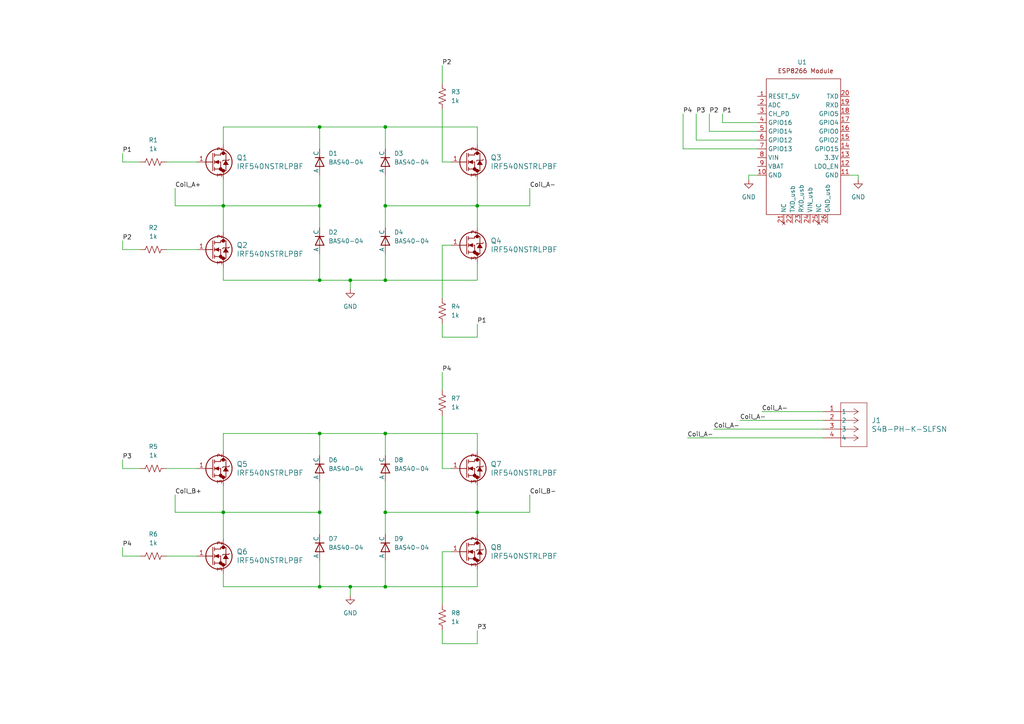
<source format=kicad_sch>
(kicad_sch (version 20231120) (generator "eeschema") (generator_version "8.0")
  (paper "A4")
  (lib_symbols
    (symbol "Detection_Eval_lib:ESP_Hold"
      (property "Reference" "U1" (at 7.874 35.306 0))
      (symbol "ESP_Hold_0_1"
        (rectangle (start -2.54 30.48) (end 19.05 -8.89))
      )
      (symbol "ESP_Hold_1_0"
        (text "ESP8266 Module" (at 8.89 32.766 0) (effects (font (size 1.27 1.27))))
      )
      (symbol "ESP_Hold_1_1"
        (pin input line (at -5.08 25.4 0) (length 2.54) (name "RESET_5V") (number "1"))
        (pin input line (at -5.08 2.54 0) (length 2.54) (name "GND") (number "10"))
        (pin input line (at 21.59 2.54 180) (length 2.54) (name "GND") (number "11"))
        (pin input line (at 21.59 5.08 180) (length 2.54) (name "LDO_EN") (number "12"))
        (pin input line (at 21.59 7.62 180) (length 2.54) (name "3.3V") (number "13"))
        (pin input line (at 21.59 10.16 180) (length 2.54) (name "GPIO15") (number "14"))
        (pin input line (at 21.59 12.7 180) (length 2.54) (name "GPIO2") (number "15"))
        (pin input line (at 21.59 15.24 180) (length 2.54) (name "GPIO0") (number "16"))
        (pin input line (at 21.59 17.78 180) (length 2.54) (name "GPIO4") (number "17"))
        (pin input line (at 21.59 20.32 180) (length 2.54) (name "GPIO5") (number "18"))
        (pin input line (at 21.59 22.86 180) (length 2.54) (name "RXD") (number "19"))
        (pin input line (at -5.08 22.86 0) (length 2.54) (name "ADC") (number "2"))
        (pin input line (at 21.59 25.4 180) (length 2.54) (name "TXD") (number "20"))
        (pin no_connect line (at 2.54 -11.43 90) (length 2.54) (name "NC") (number "21"))
        (pin input line (at 5.08 -11.43 90) (length 2.54) (name "TXD_usb") (number "22"))
        (pin input line (at 7.62 -11.43 90) (length 2.54) (name "RXD_usb") (number "23"))
        (pin input line (at 10.16 -11.43 90) (length 2.54) (name "VIN_usb") (number "24"))
        (pin no_connect line (at 12.7 -11.43 90) (length 2.54) (name "NC") (number "25"))
        (pin input line (at 15.24 -11.43 90) (length 2.54) (name "GND_usb") (number "26"))
        (pin input line (at -5.08 20.32 0) (length 2.54) (name "CH_PD") (number "3"))
        (pin input line (at -5.08 17.78 0) (length 2.54) (name "GPIO16") (number "4"))
        (pin input line (at -5.08 15.24 0) (length 2.54) (name "GPIO14") (number "5"))
        (pin input line (at -5.08 12.7 0) (length 2.54) (name "GPIO12") (number "6"))
        (pin input line (at -5.08 10.16 0) (length 2.54) (name "GPIO13") (number "7"))
        (pin input line (at -5.08 7.62 0) (length 2.54) (name "VIN") (number "8"))
        (pin input line (at -5.08 5.08 0) (length 2.54) (name "VBAT") (number "9"))
      )
    )
    (symbol "Device:R_US" (pin_numbers hide) (pin_names (offset 0))
      (property "Reference" "R" (at 2.54 0 90))
      (property "Value" "R_US" (at -2.54 0 90))
      (symbol "R_US_0_1"
        (polyline (pts (xy 0 -2.286) (xy 0 -2.54)))
        (polyline (pts (xy 0 2.286) (xy 0 2.54)))
        (polyline (pts (xy 0 -0.762) (xy 1.016 -1.143) (xy 0 -1.524) (xy -1.016 -1.905) (xy 0 -2.286)))
        (polyline (pts (xy 0 0.762) (xy 1.016 0.381) (xy 0 0) (xy -1.016 -0.381) (xy 0 -0.762)))
        (polyline (pts (xy 0 2.286) (xy 1.016 1.905) (xy 0 1.524) (xy -1.016 1.143) (xy 0 0.762)))
      )
      (symbol "R_US_1_1"
        (pin passive line (at 0 3.81 270) (length 1.27) (name "~") (number "1"))
        (pin passive line (at 0 -3.81 90) (length 1.27) (name "~") (number "2"))
      )
    )
    (symbol "IRF540NSTRLPBF:IRF540NSTRLPBF" (pin_names (offset 0.254))
      (property "Reference" "Q1" (at 11.43 1.2701 0))
      (property "Value" "IRF540NSTRLPBF" (at 11.43 -1.2699 0))
      (symbol "IRF540NSTRLPBF_0_1"
        (polyline (pts (xy 2.54 0) (xy 4.445 0)) (stroke (width 0.2032)))
        (polyline (pts (xy 4.572 -2.54) (xy 4.572 2.54)) (stroke (width 0.2032)))
        (polyline (pts (xy 5.08 -2.54) (xy 5.08 -1.524)) (stroke (width 0.2032)))
        (polyline (pts (xy 5.08 -2.032) (xy 6.858 -2.032)) (stroke (width 0.2032)))
        (polyline (pts (xy 5.08 -0.508) (xy 5.08 0.508)) (stroke (width 0.2032)))
        (polyline (pts (xy 5.08 1.524) (xy 5.08 2.54)) (stroke (width 0.2032)))
        (polyline (pts (xy 5.08 2.032) (xy 6.858 2.032)) (stroke (width 0.2032)))
        (polyline (pts (xy 6.35 0) (xy 6.858 0)) (stroke (width 0.2032)))
        (polyline (pts (xy 6.858 -2.54) (xy 6.858 0)) (stroke (width 0.2032)))
        (polyline (pts (xy 6.858 -2.54) (xy 8.382 -2.54)) (stroke (width 0.2032)))
        (polyline (pts (xy 6.858 2.032) (xy 6.858 2.54)) (stroke (width 0.2032)))
        (polyline (pts (xy 6.858 2.54) (xy 8.382 2.54)) (stroke (width 0.2032)))
        (polyline (pts (xy 7.366 0.254) (xy 7.62 0.508)) (stroke (width 0.2032)))
        (polyline (pts (xy 8.382 -2.54) (xy 8.382 -0.762)) (stroke (width 0.2032)))
        (polyline (pts (xy 8.382 0.508) (xy 8.382 2.54)) (stroke (width 0.2032)))
        (polyline (pts (xy 9.144 0.508) (xy 7.62 0.508)) (stroke (width 0.2032)))
        (polyline (pts (xy 9.398 0.762) (xy 9.144 0.508)) (stroke (width 0.2032)))
        (polyline (pts (xy 6.35 0.508) (xy 5.08 0) (xy 6.35 -0.508)) (fill (type outline)))
        (polyline (pts (xy 9.144 -0.762) (xy 7.62 -0.762) (xy 8.382 0.508)) (fill (type outline)))
        (circle (center 6.35 0) (radius 3.81) (stroke (width 0.254)))
        (circle (center 6.858 -2.032) (radius 0.0254) (stroke (width 0.508)))
        (circle (center 7.62 -2.54) (radius 0.0254) (stroke (width 0.508)))
        (circle (center 7.62 2.54) (radius 0.0254) (stroke (width 0.508)))
      )
      (symbol "IRF540NSTRLPBF_1_1"
        (pin unspecified line (at 0 0 0) (length 2.54) (name "") (number "1"))
        (pin unspecified line (at 7.62 5.08 270) (length 2.54) (name "") (number "2"))
        (pin unspecified line (at 7.62 -5.08 90) (length 2.54) (name "") (number "3"))
      )
    )
    (symbol "S4B_PH_K_S_LF__SN_:S4B-PH-K-SLFSN" (pin_names (offset 0.254))
      (property "Reference" "J" (at 8.89 6.35 0))
      (property "Value" "S4B-PH-K-SLFSN" (at 0 0 0))
      (symbol "S4B-PH-K-SLFSN_1_1"
        (polyline (pts (xy 5.08 -10.16) (xy 12.7 -10.16)) (stroke (width 0.127)))
        (polyline (pts (xy 5.08 2.54) (xy 5.08 -10.16)) (stroke (width 0.127)))
        (polyline (pts (xy 10.16 -7.62) (xy 5.08 -7.62)) (stroke (width 0.127)))
        (polyline (pts (xy 10.16 -7.62) (xy 8.89 -8.4667)) (stroke (width 0.127)))
        (polyline (pts (xy 10.16 -7.62) (xy 8.89 -6.7733)) (stroke (width 0.127)))
        (polyline (pts (xy 10.16 -5.08) (xy 5.08 -5.08)) (stroke (width 0.127)))
        (polyline (pts (xy 10.16 -5.08) (xy 8.89 -5.9267)) (stroke (width 0.127)))
        (polyline (pts (xy 10.16 -5.08) (xy 8.89 -4.2333)) (stroke (width 0.127)))
        (polyline (pts (xy 10.16 -2.54) (xy 5.08 -2.54)) (stroke (width 0.127)))
        (polyline (pts (xy 10.16 -2.54) (xy 8.89 -3.3867)) (stroke (width 0.127)))
        (polyline (pts (xy 10.16 -2.54) (xy 8.89 -1.6933)) (stroke (width 0.127)))
        (polyline (pts (xy 10.16 0) (xy 5.08 0)) (stroke (width 0.127)))
        (polyline (pts (xy 10.16 0) (xy 8.89 -0.8467)) (stroke (width 0.127)))
        (polyline (pts (xy 10.16 0) (xy 8.89 0.8467)) (stroke (width 0.127)))
        (polyline (pts (xy 12.7 -10.16) (xy 12.7 2.54)) (stroke (width 0.127)))
        (polyline (pts (xy 12.7 2.54) (xy 5.08 2.54)) (stroke (width 0.127)))
        (pin unspecified line (at 0 0 0) (length 5.08) (name "1") (number "1"))
        (pin unspecified line (at 0 -2.54 0) (length 5.08) (name "2") (number "2"))
        (pin unspecified line (at 0 -5.08 0) (length 5.08) (name "3") (number "3"))
        (pin unspecified line (at 0 -7.62 0) (length 5.08) (name "4") (number "4"))
      )
      (symbol "S4B-PH-K-SLFSN_1_2"
        (polyline (pts (xy 5.08 -10.16) (xy 12.7 -10.16)) (stroke (width 0.127)))
        (polyline (pts (xy 5.08 2.54) (xy 5.08 -10.16)) (stroke (width 0.127)))
        (polyline (pts (xy 7.62 -7.62) (xy 5.08 -7.62)) (stroke (width 0.127)))
        (polyline (pts (xy 7.62 -7.62) (xy 8.89 -8.4667)) (stroke (width 0.127)))
        (polyline (pts (xy 7.62 -7.62) (xy 8.89 -6.7733)) (stroke (width 0.127)))
        (polyline (pts (xy 7.62 -5.08) (xy 5.08 -5.08)) (stroke (width 0.127)))
        (polyline (pts (xy 7.62 -5.08) (xy 8.89 -5.9267)) (stroke (width 0.127)))
        (polyline (pts (xy 7.62 -5.08) (xy 8.89 -4.2333)) (stroke (width 0.127)))
        (polyline (pts (xy 7.62 -2.54) (xy 5.08 -2.54)) (stroke (width 0.127)))
        (polyline (pts (xy 7.62 -2.54) (xy 8.89 -3.3867)) (stroke (width 0.127)))
        (polyline (pts (xy 7.62 -2.54) (xy 8.89 -1.6933)) (stroke (width 0.127)))
        (polyline (pts (xy 7.62 0) (xy 5.08 0)) (stroke (width 0.127)))
        (polyline (pts (xy 7.62 0) (xy 8.89 -0.8467)) (stroke (width 0.127)))
        (polyline (pts (xy 7.62 0) (xy 8.89 0.8467)) (stroke (width 0.127)))
        (polyline (pts (xy 12.7 -10.16) (xy 12.7 2.54)) (stroke (width 0.127)))
        (polyline (pts (xy 12.7 2.54) (xy 5.08 2.54)) (stroke (width 0.127)))
        (pin unspecified line (at 0 0 0) (length 5.08) (name "1") (number "1"))
        (pin unspecified line (at 0 -2.54 0) (length 5.08) (name "2") (number "2"))
        (pin unspecified line (at 0 -5.08 0) (length 5.08) (name "3") (number "3"))
        (pin unspecified line (at 0 -7.62 0) (length 5.08) (name "4") (number "4"))
      )
    )
    (symbol "diode-nc_pin:Diode-NC_pin" (pin_numbers hide) (pin_names (offset 0))
      (property "Reference" "D1" (at -0.0635 8.89 0))
      (property "Value" "Diode" (at -0.0635 6.35 0))
      (symbol "Diode-NC_pin_0_1"
        (polyline (pts (xy -2.54 2.54) (xy 0 2.54)))
        (polyline (pts (xy 0 1.27) (xy 0 3.81)) (stroke (width 0.254)))
        (polyline (pts (xy 2.54 2.54) (xy 2.54 2.54) (xy 0 2.54)))
        (polyline (pts (xy -2.54 1.27) (xy -2.54 3.81) (xy 0 2.54) (xy -2.54 1.27)) (stroke (width 0.254)))
      )
      (symbol "Diode-NC_pin_1_1"
        (pin passive line (at -5.08 2.54 0) (length 2.54) (name "A") (number "1"))
        (pin passive line (at 2.54 2.54 180) (length 2.54) (name "C") (number "2"))
      )
    )
    (symbol "power:GND" (power) (pin_numbers hide) (pin_names (offset 0) hide)
      (property "Value" "GND" (at 0 -3.81 0))
      (symbol "GND_0_1"
        (polyline (pts (xy 0 0) (xy 0 -1.27) (xy 1.27 -1.27) (xy 0 -2.54) (xy -1.27 -1.27) (xy 0 -1.27)))
      )
      (symbol "GND_1_1"
        (pin power_in line (at 0 0 270) (length 0) (name "~") (number "1"))
      )
    )
  )
  (junction (at 92.71 170.18))
  (junction (at 111.76 59.69))
  (junction (at 92.71 59.69))
  (junction (at 64.77 59.69))
  (junction (at 92.71 125.73))
  (junction (at 111.76 125.73))
  (junction (at 138.43 59.69))
  (junction (at 92.71 148.59))
  (junction (at 64.77 148.59))
  (junction (at 92.71 36.83))
  (junction (at 92.71 81.28))
  (junction (at 111.76 148.59))
  (junction (at 138.43 148.59))
  (junction (at 101.6 170.18))
  (junction (at 111.76 170.18))
  (junction (at 101.6 81.28))
  (junction (at 111.76 36.83))
  (junction (at 111.76 81.28))
  (wire (pts (xy 130.81 46.99) (xy 128.27 46.99)))
  (wire (pts (xy 111.76 148.59) (xy 111.76 154.94)))
  (wire (pts (xy 40.64 72.39) (xy 35.56 72.39)))
  (wire (pts (xy 64.77 148.59) (xy 64.77 156.21)))
  (wire (pts (xy 92.71 59.69) (xy 92.71 66.04)))
  (wire (pts (xy 111.76 50.8) (xy 111.76 59.69)))
  (wire (pts (xy 111.76 43.18) (xy 111.76 36.83)))
  (wire (pts (xy 111.76 73.66) (xy 111.76 81.28)))
  (wire (pts (xy 246.38 50.8) (xy 248.92 50.8)))
  (wire (pts (xy 64.77 36.83) (xy 64.77 41.91)))
  (wire (pts (xy 111.76 148.59) (xy 138.43 148.59)))
  (wire (pts (xy 50.8 143.51) (xy 50.8 148.59)))
  (wire (pts (xy 92.71 43.18) (xy 92.71 36.83)))
  (wire (pts (xy 92.71 36.83) (xy 64.77 36.83)))
  (wire (pts (xy 138.43 130.81) (xy 138.43 125.73)))
  (wire (pts (xy 111.76 125.73) (xy 92.71 125.73)))
  (wire (pts (xy 64.77 77.47) (xy 64.77 81.28)))
  (wire (pts (xy 199.39 127) (xy 238.76 127)))
  (wire (pts (xy 138.43 140.97) (xy 138.43 148.59)))
  (wire (pts (xy 128.27 175.26) (xy 128.27 160.02)))
  (wire (pts (xy 138.43 148.59) (xy 138.43 154.94)))
  (wire (pts (xy 201.93 40.64) (xy 201.93 33.02)))
  (wire (pts (xy 111.76 132.08) (xy 111.76 125.73)))
  (wire (pts (xy 138.43 182.88) (xy 138.43 186.69)))
  (wire (pts (xy 50.8 54.61) (xy 50.8 59.69)))
  (wire (pts (xy 209.55 35.56) (xy 209.55 33.02)))
  (wire (pts (xy 153.67 148.59) (xy 138.43 148.59)))
  (wire (pts (xy 35.56 161.29) (xy 35.56 158.75)))
  (wire (pts (xy 248.92 50.8) (xy 248.92 52.07)))
  (wire (pts (xy 128.27 19.05) (xy 128.27 24.13)))
  (wire (pts (xy 92.71 132.08) (xy 92.71 125.73)))
  (wire (pts (xy 48.26 161.29) (xy 57.15 161.29)))
  (wire (pts (xy 48.26 135.89) (xy 57.15 135.89)))
  (wire (pts (xy 48.26 72.39) (xy 57.15 72.39)))
  (wire (pts (xy 111.76 170.18) (xy 138.43 170.18)))
  (wire (pts (xy 101.6 81.28) (xy 111.76 81.28)))
  (wire (pts (xy 153.67 54.61) (xy 153.67 59.69)))
  (wire (pts (xy 111.76 125.73) (xy 138.43 125.73)))
  (wire (pts (xy 92.71 148.59) (xy 92.71 154.94)))
  (wire (pts (xy 198.12 43.18) (xy 198.12 33.02)))
  (wire (pts (xy 153.67 143.51) (xy 153.67 148.59)))
  (wire (pts (xy 217.17 50.8) (xy 219.71 50.8)))
  (wire (pts (xy 219.71 43.18) (xy 198.12 43.18)))
  (wire (pts (xy 128.27 86.36) (xy 128.27 71.12)))
  (wire (pts (xy 128.27 71.12) (xy 130.81 71.12)))
  (wire (pts (xy 220.98 119.38) (xy 238.76 119.38)))
  (wire (pts (xy 111.76 162.56) (xy 111.76 170.18)))
  (wire (pts (xy 92.71 139.7) (xy 92.71 148.59)))
  (wire (pts (xy 92.71 162.56) (xy 92.71 170.18)))
  (wire (pts (xy 138.43 52.07) (xy 138.43 59.69)))
  (wire (pts (xy 138.43 93.98) (xy 138.43 97.79)))
  (wire (pts (xy 35.56 72.39) (xy 35.56 69.85)))
  (wire (pts (xy 128.27 135.89) (xy 128.27 120.65)))
  (wire (pts (xy 111.76 81.28) (xy 138.43 81.28)))
  (wire (pts (xy 111.76 59.69) (xy 111.76 66.04)))
  (wire (pts (xy 92.71 81.28) (xy 101.6 81.28)))
  (wire (pts (xy 40.64 135.89) (xy 35.56 135.89)))
  (wire (pts (xy 219.71 35.56) (xy 209.55 35.56)))
  (wire (pts (xy 217.17 52.07) (xy 217.17 50.8)))
  (wire (pts (xy 64.77 125.73) (xy 64.77 130.81)))
  (wire (pts (xy 101.6 170.18) (xy 101.6 172.72)))
  (wire (pts (xy 64.77 52.07) (xy 64.77 59.69)))
  (wire (pts (xy 50.8 148.59) (xy 64.77 148.59)))
  (wire (pts (xy 92.71 170.18) (xy 64.77 170.18)))
  (wire (pts (xy 40.64 46.99) (xy 35.56 46.99)))
  (wire (pts (xy 128.27 160.02) (xy 130.81 160.02)))
  (wire (pts (xy 64.77 140.97) (xy 64.77 148.59)))
  (wire (pts (xy 111.76 59.69) (xy 138.43 59.69)))
  (wire (pts (xy 64.77 59.69) (xy 92.71 59.69)))
  (wire (pts (xy 138.43 76.2) (xy 138.43 81.28)))
  (wire (pts (xy 138.43 59.69) (xy 138.43 66.04)))
  (wire (pts (xy 35.56 135.89) (xy 35.56 133.35)))
  (wire (pts (xy 205.74 38.1) (xy 205.74 33.02)))
  (wire (pts (xy 48.26 46.99) (xy 57.15 46.99)))
  (wire (pts (xy 128.27 93.98) (xy 128.27 97.79)))
  (wire (pts (xy 138.43 97.79) (xy 128.27 97.79)))
  (wire (pts (xy 92.71 170.18) (xy 101.6 170.18)))
  (wire (pts (xy 101.6 170.18) (xy 111.76 170.18)))
  (wire (pts (xy 92.71 73.66) (xy 92.71 81.28)))
  (wire (pts (xy 128.27 107.95) (xy 128.27 113.03)))
  (wire (pts (xy 64.77 166.37) (xy 64.77 170.18)))
  (wire (pts (xy 101.6 81.28) (xy 101.6 83.82)))
  (wire (pts (xy 128.27 182.88) (xy 128.27 186.69)))
  (wire (pts (xy 111.76 139.7) (xy 111.76 148.59)))
  (wire (pts (xy 64.77 59.69) (xy 64.77 67.31)))
  (wire (pts (xy 40.64 161.29) (xy 35.56 161.29)))
  (wire (pts (xy 214.63 121.92) (xy 238.76 121.92)))
  (wire (pts (xy 219.71 40.64) (xy 201.93 40.64)))
  (wire (pts (xy 219.71 38.1) (xy 205.74 38.1)))
  (wire (pts (xy 92.71 81.28) (xy 64.77 81.28)))
  (wire (pts (xy 138.43 41.91) (xy 138.43 36.83)))
  (wire (pts (xy 92.71 50.8) (xy 92.71 59.69)))
  (wire (pts (xy 138.43 186.69) (xy 128.27 186.69)))
  (wire (pts (xy 92.71 125.73) (xy 64.77 125.73)))
  (wire (pts (xy 35.56 46.99) (xy 35.56 44.45)))
  (wire (pts (xy 138.43 165.1) (xy 138.43 170.18)))
  (wire (pts (xy 130.81 135.89) (xy 128.27 135.89)))
  (wire (pts (xy 111.76 36.83) (xy 138.43 36.83)))
  (wire (pts (xy 50.8 59.69) (xy 64.77 59.69)))
  (wire (pts (xy 153.67 59.69) (xy 138.43 59.69)))
  (wire (pts (xy 111.76 36.83) (xy 92.71 36.83)))
  (wire (pts (xy 128.27 46.99) (xy 128.27 31.75)))
  (wire (pts (xy 207.01 124.46) (xy 238.76 124.46)))
  (wire (pts (xy 64.77 148.59) (xy 92.71 148.59)))
  (label "P1" (at 209.55 33.02 0))
  (label "P3" (at 138.43 182.88 0))
  (label "P2" (at 205.74 33.02 0))
  (label "P4" (at 128.27 107.95 0))
  (label "P1" (at 138.43 93.98 0))
  (label "Coil_B-" (at 153.67 143.51 0))
  (label "P3" (at 201.93 33.02 0))
  (label "Coil_A+" (at 50.8 54.61 0))
  (label "Coil_A-" (at 207.01 124.46 0))
  (label "P3" (at 35.56 133.35 0))
  (label "P2" (at 35.56 69.85 0))
  (label "P2" (at 128.27 19.05 0))
  (label "Coil_A-" (at 214.63 121.92 0))
  (label "P1" (at 35.56 44.45 0))
  (label "Coil_B+" (at 50.8 143.51 0))
  (label "Coil_A-" (at 199.39 127 0))
  (label "Coil_A-" (at 153.67 54.61 0))
  (label "P4" (at 35.56 158.75 0))
  (label "P4" (at 198.12 33.02 0))
  (label "Coil_A-" (at 220.98 119.38 0))
  (symbol (lib_id "IRF540NSTRLPBF:IRF540NSTRLPBF") (at 57.15 135.89 0) (unit 1)
    (property "Reference" "Q5" (at 68.58 134.6199 0) (effects (font (size 1.524 1.524)) (justify left)))
    (property "Value" "IRF540NSTRLPBF" (at 68.58 137.1599 0) (effects (font (size 1.524 1.524)) (justify left)))
    (property "Footprint" "Footprints:D2PAK" (effects (hide yes)))
    (property "Datasheet" "IRF540NSTRLPBF" (effects (hide yes)))
  )
  (symbol (lib_id "Device:R_US") (at 128.27 27.94 180) (unit 1)
    (property "Reference" "R3" (at 130.81 26.6699 0) (effects (justify right)))
    (property "Value" "1k" (at 130.81 29.2099 0) (effects (justify right)))
    (property "Description" "Resistor, US symbol" (effects (hide yes)))
  )
  (symbol (lib_id "diode-nc_pin:Diode-NC_pin") (at 114.3 157.48 90) (unit 1)
    (property "Reference" "D9" (at 114.3 156.2734 90) (effects (justify right)))
    (property "Value" "BAS40-04" (at 114.3 158.8134 90) (effects (justify right)))
    (property "Footprint" "Footprints:P200_SOT-23" (effects (hide yes)))
    (property "Datasheet" "https://diotec.com/de/produktliste/D.html" (effects (hide yes)))
    (property "Description" "Diode with NC pin" (effects (hide yes)))
  )
  (symbol (lib_id "power:GND") (at 248.92 52.07 0) (unit 1)
    (property "Reference" "#PWR03" (effects (hide yes)))
    (property "Value" "GND" (at 248.92 57.15 0))
    (property "Description" "Power symbol creates a global label with name \"GND\" , ground" (effects (hide yes)))
  )
  (symbol (lib_id "Device:R_US") (at 44.45 72.39 90) (unit 1)
    (property "Reference" "R2" (at 44.45 66.04 90))
    (property "Value" "1k" (at 44.45 68.58 90))
    (property "Description" "Resistor, US symbol" (effects (hide yes)))
  )
  (symbol (lib_id "diode-nc_pin:Diode-NC_pin") (at 114.3 45.72 90) (unit 1)
    (property "Reference" "D3" (at 114.3 44.5134 90) (effects (justify right)))
    (property "Value" "BAS40-04" (at 114.3 47.0534 90) (effects (justify right)))
    (property "Footprint" "Footprints:P200_SOT-23" (effects (hide yes)))
    (property "Datasheet" "https://diotec.com/de/produktliste/D.html" (effects (hide yes)))
    (property "Description" "Diode with NC pin" (effects (hide yes)))
  )
  (symbol (lib_id "diode-nc_pin:Diode-NC_pin") (at 114.3 134.62 90) (unit 1)
    (property "Reference" "D8" (at 114.3 133.4134 90) (effects (justify right)))
    (property "Value" "BAS40-04" (at 114.3 135.9534 90) (effects (justify right)))
    (property "Footprint" "Footprints:P200_SOT-23" (effects (hide yes)))
    (property "Datasheet" "https://diotec.com/de/produktliste/D.html" (effects (hide yes)))
    (property "Description" "Diode with NC pin" (effects (hide yes)))
  )
  (symbol (lib_id "power:GND") (at 101.6 172.72 0) (unit 1)
    (property "Reference" "#PWR02" (effects (hide yes)))
    (property "Value" "GND" (at 101.6 177.8 0))
    (property "Description" "Power symbol creates a global label with name \"GND\" , ground" (effects (hide yes)))
  )
  (symbol (lib_id "IRF540NSTRLPBF:IRF540NSTRLPBF") (at 57.15 161.29 0) (unit 1)
    (property "Reference" "Q6" (at 68.58 160.0199 0) (effects (font (size 1.524 1.524)) (justify left)))
    (property "Value" "IRF540NSTRLPBF" (at 68.58 162.5599 0) (effects (font (size 1.524 1.524)) (justify left)))
    (property "Footprint" "Footprints:D2PAK" (effects (hide yes)))
    (property "Datasheet" "IRF540NSTRLPBF" (effects (hide yes)))
  )
  (symbol (lib_id "Device:R_US") (at 44.45 161.29 90) (unit 1)
    (property "Reference" "R6" (at 44.45 154.94 90))
    (property "Value" "1k" (at 44.45 157.48 90))
    (property "Description" "Resistor, US symbol" (effects (hide yes)))
  )
  (symbol (lib_id "diode-nc_pin:Diode-NC_pin") (at 95.25 68.58 90) (unit 1)
    (property "Reference" "D2" (at 95.25 67.3734 90) (effects (justify right)))
    (property "Value" "BAS40-04" (at 95.25 69.9134 90) (effects (justify right)))
    (property "Footprint" "Footprints:P200_SOT-23" (effects (hide yes)))
    (property "Datasheet" "https://diotec.com/de/produktliste/D.html" (effects (hide yes)))
    (property "Description" "Diode with NC pin" (effects (hide yes)))
  )
  (symbol (lib_id "power:GND") (at 101.6 83.82 0) (unit 1)
    (property "Reference" "#PWR01" (effects (hide yes)))
    (property "Value" "GND" (at 101.6 88.9 0))
    (property "Description" "Power symbol creates a global label with name \"GND\" , ground" (effects (hide yes)))
  )
  (symbol (lib_id "diode-nc_pin:Diode-NC_pin") (at 95.25 134.62 90) (unit 1)
    (property "Reference" "D6" (at 95.25 133.4134 90) (effects (justify right)))
    (property "Value" "BAS40-04" (at 95.25 135.9534 90) (effects (justify right)))
    (property "Footprint" "Footprints:P200_SOT-23" (effects (hide yes)))
    (property "Datasheet" "https://diotec.com/de/produktliste/D.html" (effects (hide yes)))
    (property "Description" "Diode with NC pin" (effects (hide yes)))
  )
  (symbol (lib_id "Device:R_US") (at 44.45 46.99 90) (unit 1)
    (property "Reference" "R1" (at 44.45 40.64 90))
    (property "Value" "1k" (at 44.45 43.18 90))
    (property "Description" "Resistor, US symbol" (effects (hide yes)))
  )
  (symbol (lib_id "diode-nc_pin:Diode-NC_pin") (at 114.3 68.58 90) (unit 1)
    (property "Reference" "D4" (at 114.3 67.3734 90) (effects (justify right)))
    (property "Value" "BAS40-04" (at 114.3 69.9134 90) (effects (justify right)))
    (property "Footprint" "Footprints:P200_SOT-23" (effects (hide yes)))
    (property "Datasheet" "https://diotec.com/de/produktliste/D.html" (effects (hide yes)))
    (property "Description" "Diode with NC pin" (effects (hide yes)))
  )
  (symbol (lib_id "IRF540NSTRLPBF:IRF540NSTRLPBF") (at 130.81 135.89 0) (unit 1)
    (property "Reference" "Q7" (at 142.24 134.6199 0) (effects (font (size 1.524 1.524)) (justify left)))
    (property "Value" "IRF540NSTRLPBF" (at 142.24 137.1599 0) (effects (font (size 1.524 1.524)) (justify left)))
    (property "Footprint" "Footprints:D2PAK" (effects (hide yes)))
    (property "Datasheet" "IRF540NSTRLPBF" (effects (hide yes)))
  )
  (symbol (lib_id "power:GND") (at 217.17 52.07 0) (unit 1)
    (property "Reference" "#PWR04" (effects (hide yes)))
    (property "Value" "GND" (at 217.17 57.15 0))
    (property "Description" "Power symbol creates a global label with name \"GND\" , ground" (effects (hide yes)))
  )
  (symbol (lib_id "Device:R_US") (at 128.27 116.84 180) (unit 1)
    (property "Reference" "R7" (at 130.81 115.5699 0) (effects (justify right)))
    (property "Value" "1k" (at 130.81 118.1099 0) (effects (justify right)))
    (property "Description" "Resistor, US symbol" (effects (hide yes)))
  )
  (symbol (lib_id "Device:R_US") (at 128.27 179.07 180) (unit 1)
    (property "Reference" "R8" (at 130.81 177.7999 0) (effects (justify right)))
    (property "Value" "1k" (at 130.81 180.3399 0) (effects (justify right)))
    (property "Description" "Resistor, US symbol" (effects (hide yes)))
  )
  (symbol (lib_id "IRF540NSTRLPBF:IRF540NSTRLPBF") (at 57.15 46.99 0) (unit 1)
    (property "Reference" "Q1" (at 68.58 45.7199 0) (effects (font (size 1.524 1.524)) (justify left)))
    (property "Value" "IRF540NSTRLPBF" (at 68.58 48.2599 0) (effects (font (size 1.524 1.524)) (justify left)))
    (property "Footprint" "Footprints:D2PAK" (effects (hide yes)))
    (property "Datasheet" "IRF540NSTRLPBF" (effects (hide yes)))
  )
  (symbol (lib_id "diode-nc_pin:Diode-NC_pin") (at 95.25 45.72 90) (unit 1)
    (property "Reference" "D1" (at 95.25 44.5134 90) (effects (justify right)))
    (property "Value" "BAS40-04" (at 95.25 47.0534 90) (effects (justify right)))
    (property "Footprint" "Footprints:P200_SOT-23" (effects (hide yes)))
    (property "Datasheet" "https://diotec.com/de/produktliste/D.html" (effects (hide yes)))
    (property "Description" "Diode with NC pin" (effects (hide yes)))
  )
  (symbol (lib_id "IRF540NSTRLPBF:IRF540NSTRLPBF") (at 130.81 160.02 0) (unit 1)
    (property "Reference" "Q8" (at 142.24 158.7499 0) (effects (font (size 1.524 1.524)) (justify left)))
    (property "Value" "IRF540NSTRLPBF" (at 142.24 161.2899 0) (effects (font (size 1.524 1.524)) (justify left)))
    (property "Footprint" "Footprints:D2PAK" (effects (hide yes)))
    (property "Datasheet" "IRF540NSTRLPBF" (effects (hide yes)))
  )
  (symbol (lib_id "Device:R_US") (at 44.45 135.89 90) (unit 1)
    (property "Reference" "R5" (at 44.45 129.54 90))
    (property "Value" "1k" (at 44.45 132.08 90))
    (property "Description" "Resistor, US symbol" (effects (hide yes)))
  )
  (symbol (lib_id "IRF540NSTRLPBF:IRF540NSTRLPBF") (at 130.81 46.99 0) (unit 1)
    (property "Reference" "Q3" (at 142.24 45.7199 0) (effects (font (size 1.524 1.524)) (justify left)))
    (property "Value" "IRF540NSTRLPBF" (at 142.24 48.2599 0) (effects (font (size 1.524 1.524)) (justify left)))
    (property "Footprint" "Footprints:D2PAK" (effects (hide yes)))
    (property "Datasheet" "IRF540NSTRLPBF" (effects (hide yes)))
  )
  (symbol (lib_id "IRF540NSTRLPBF:IRF540NSTRLPBF") (at 130.81 71.12 0) (unit 1)
    (property "Reference" "Q4" (at 142.24 69.8499 0) (effects (font (size 1.524 1.524)) (justify left)))
    (property "Value" "IRF540NSTRLPBF" (at 142.24 72.3899 0) (effects (font (size 1.524 1.524)) (justify left)))
    (property "Footprint" "Footprints:D2PAK" (effects (hide yes)))
    (property "Datasheet" "IRF540NSTRLPBF" (effects (hide yes)))
  )
  (symbol (lib_id "S4B_PH_K_S_LF__SN_:S4B-PH-K-SLFSN") (at 238.76 119.38 0) (unit 1)
    (property "Reference" "J1" (at 252.73 121.9199 0) (effects (font (size 1.524 1.524)) (justify left)))
    (property "Value" "S4B-PH-K-SLFSN" (at 252.73 124.4599 0) (effects (font (size 1.524 1.524)) (justify left)))
    (property "Footprint" "CONN_S4B-PH-K-S_JST" (effects (hide yes)))
    (property "Datasheet" "S4B-PH-K-SLFSN" (effects (hide yes)))
  )
  (symbol (lib_id "IRF540NSTRLPBF:IRF540NSTRLPBF") (at 57.15 72.39 0) (unit 1)
    (property "Reference" "Q2" (at 68.58 71.1199 0) (effects (font (size 1.524 1.524)) (justify left)))
    (property "Value" "IRF540NSTRLPBF" (at 68.58 73.6599 0) (effects (font (size 1.524 1.524)) (justify left)))
    (property "Footprint" "Footprints:D2PAK" (effects (hide yes)))
    (property "Datasheet" "IRF540NSTRLPBF" (effects (hide yes)))
  )
  (symbol (lib_id "Device:R_US") (at 128.27 90.17 180) (unit 1)
    (property "Reference" "R4" (at 130.81 88.8999 0) (effects (justify right)))
    (property "Value" "1k" (at 130.81 91.4399 0) (effects (justify right)))
    (property "Description" "Resistor, US symbol" (effects (hide yes)))
  )
  (symbol (lib_id "diode-nc_pin:Diode-NC_pin") (at 95.25 157.48 90) (unit 1)
    (property "Reference" "D7" (at 95.25 156.2734 90) (effects (justify right)))
    (property "Value" "BAS40-04" (at 95.25 158.8134 90) (effects (justify right)))
    (property "Footprint" "Footprints:P200_SOT-23" (effects (hide yes)))
    (property "Datasheet" "https://diotec.com/de/produktliste/D.html" (effects (hide yes)))
    (property "Description" "Diode with NC pin" (effects (hide yes)))
  )
  (symbol (lib_id "Detection_Eval_lib:ESP_Hold") (at 224.79 53.34 0) (unit 1)
    (property "Reference" "U1" (at 232.664 18.034 0))
    (property "Value" "ESP8266" (effects (hide yes)))
    (property "Footprint" "ESP8266_THT:ESP8266_THT" (effects (hide yes)))
  )
)
</source>
